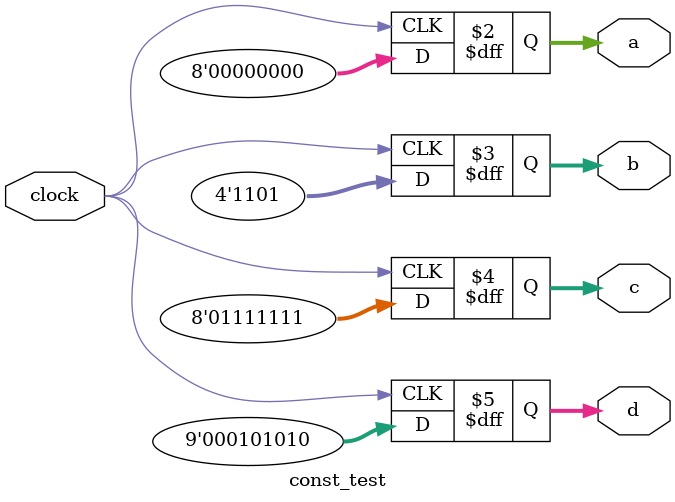
<source format=sv>
module const_test (
    input clock,
    output reg [7:0] a,
    output reg [3:0] b,
    output reg [7:0] c,
    output reg [8:0] d);

    always @(posedge clock)
      begin
         a <= 8'b00000000;
         b <= 16'hDEAD;
         c <= 8'o177;
         d <= 42;
      end

endmodule

</source>
